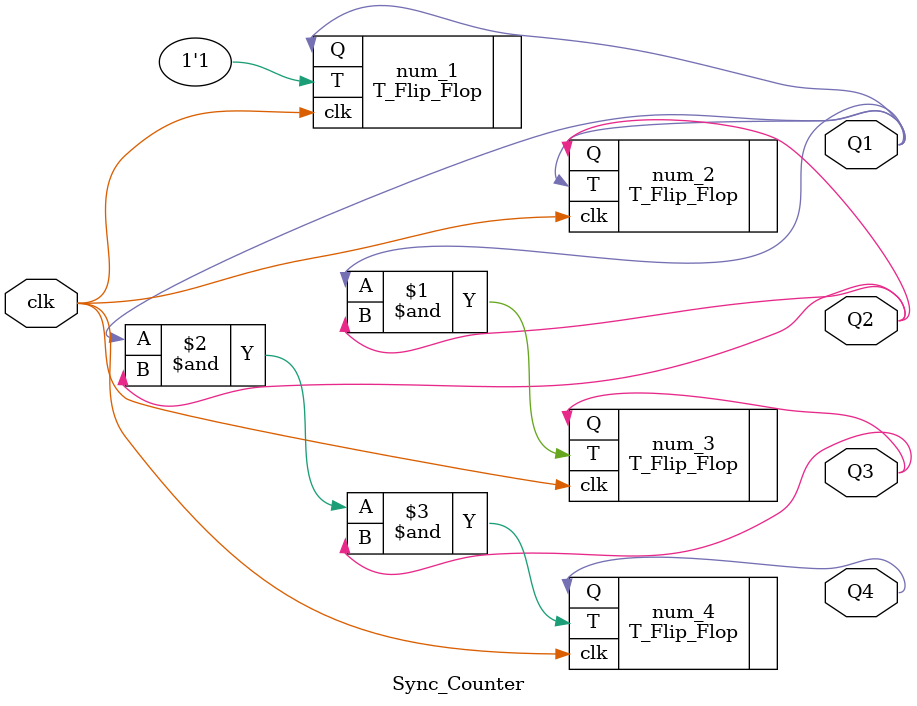
<source format=v>
`timescale 1ns / 1ps
module Sync_Counter(
	input clk,
   output wire Q1,
   output wire Q2,
   output wire Q3,
   output wire Q4
    );
	// reg t1,t2,t3,t4;
	 T_Flip_Flop       num_1(.clk(clk),.T(1'b1),.Q(Q1));
    T_Flip_Flop       num_2(.clk(clk),.T(Q1),.Q(Q2));
    T_Flip_Flop       num_3(.clk(clk),.T(Q1&Q2),.Q(Q3)); 
    T_Flip_Flop       num_4(.clk(clk),.T(Q1&Q2&Q3),.Q(Q4));
endmodule

</source>
